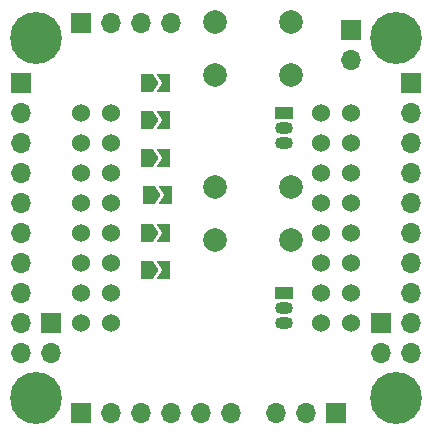
<source format=gbr>
%TF.GenerationSoftware,KiCad,Pcbnew,(6.0.7)*%
%TF.CreationDate,2022-09-26T10:55:09-05:00*%
%TF.ProjectId,OpenMuscle5,4f70656e-4d75-4736-936c-65352e6b6963,rev?*%
%TF.SameCoordinates,Original*%
%TF.FileFunction,Soldermask,Top*%
%TF.FilePolarity,Negative*%
%FSLAX46Y46*%
G04 Gerber Fmt 4.6, Leading zero omitted, Abs format (unit mm)*
G04 Created by KiCad (PCBNEW (6.0.7)) date 2022-09-26 10:55:09*
%MOMM*%
%LPD*%
G01*
G04 APERTURE LIST*
G04 Aperture macros list*
%AMFreePoly0*
4,1,6,1.000000,0.000000,0.500000,-0.750000,-0.500000,-0.750000,-0.500000,0.750000,0.500000,0.750000,1.000000,0.000000,1.000000,0.000000,$1*%
%AMFreePoly1*
4,1,6,0.500000,-0.750000,-0.650000,-0.750000,-0.150000,0.000000,-0.650000,0.750000,0.500000,0.750000,0.500000,-0.750000,0.500000,-0.750000,$1*%
G04 Aperture macros list end*
%ADD10R,1.700000X1.700000*%
%ADD11O,1.700000X1.700000*%
%ADD12FreePoly0,0.000000*%
%ADD13FreePoly1,0.000000*%
%ADD14C,1.524000*%
%ADD15C,2.000000*%
%ADD16C,4.400000*%
%ADD17R,1.500000X1.050000*%
%ADD18O,1.500000X1.050000*%
G04 APERTURE END LIST*
D10*
%TO.C,BT1*%
X181610000Y-78105000D03*
D11*
X181610000Y-80645000D03*
%TD*%
D12*
%TO.C,NC1*%
X164285000Y-82550000D03*
D13*
X165735000Y-82550000D03*
%TD*%
D10*
%TO.C,Ch1*%
X158750000Y-110490000D03*
D11*
X161290000Y-110490000D03*
X163830000Y-110490000D03*
X166370000Y-110490000D03*
X168910000Y-110490000D03*
X171450000Y-110490000D03*
%TD*%
D10*
%TO.C,Five2*%
X184150000Y-102870000D03*
D11*
X184150000Y-105410000D03*
%TD*%
D10*
%TO.C,J1*%
X153670000Y-82550000D03*
D11*
X153670000Y-85090000D03*
X153670000Y-87630000D03*
X153670000Y-90170000D03*
X153670000Y-92710000D03*
X153670000Y-95250000D03*
X153670000Y-97790000D03*
X153670000Y-100330000D03*
X153670000Y-102870000D03*
X153670000Y-105410000D03*
%TD*%
D12*
%TO.C,NC3*%
X164285000Y-88900000D03*
D13*
X165735000Y-88900000D03*
%TD*%
D14*
%TO.C,E1*%
X158750000Y-85090000D03*
X161290000Y-85090000D03*
X161290000Y-87630000D03*
X158750000Y-87630000D03*
X161290000Y-90170000D03*
X158750000Y-90170000D03*
X161290000Y-92710000D03*
X158750000Y-92710000D03*
X161290000Y-95250000D03*
X158750000Y-95250000D03*
X161290000Y-97790000D03*
X158750000Y-97790000D03*
X158750000Y-100330000D03*
X161290000Y-100330000D03*
X161290000Y-102870000D03*
X179070000Y-102870000D03*
X181610000Y-97790000D03*
X179070000Y-97790000D03*
X181610000Y-95250000D03*
X179070000Y-95250000D03*
X181610000Y-92710000D03*
X179070000Y-92710000D03*
X181610000Y-90170000D03*
X179070000Y-90170000D03*
X181610000Y-87630000D03*
X179070000Y-87630000D03*
X181610000Y-85090000D03*
X179070000Y-85090000D03*
X179070000Y-100330000D03*
X181610000Y-100330000D03*
X158750000Y-102870000D03*
X181610000Y-102870000D03*
%TD*%
D15*
%TO.C,SW3*%
X170030000Y-91385000D03*
X176530000Y-91385000D03*
X176530000Y-95885000D03*
X170030000Y-95885000D03*
%TD*%
D10*
%TO.C,Five1*%
X156210000Y-102870000D03*
D11*
X156210000Y-105410000D03*
%TD*%
D16*
%TO.C,H3*%
X154940000Y-109220000D03*
%TD*%
D10*
%TO.C,S1*%
X158750000Y-77470000D03*
D11*
X161290000Y-77470000D03*
X163830000Y-77470000D03*
X166370000Y-77470000D03*
%TD*%
D12*
%TO.C,NC6*%
X164285000Y-98425000D03*
D13*
X165735000Y-98425000D03*
%TD*%
D16*
%TO.C,H4*%
X185420000Y-109220000D03*
%TD*%
D12*
%TO.C,NC5*%
X164285000Y-95250000D03*
D13*
X165735000Y-95250000D03*
%TD*%
D16*
%TO.C,H2*%
X185420000Y-78740000D03*
%TD*%
D12*
%TO.C,NC2*%
X164285000Y-85725000D03*
D13*
X165735000Y-85725000D03*
%TD*%
D16*
%TO.C,H1*%
X154940000Y-78740000D03*
%TD*%
D10*
%TO.C,J2*%
X186690000Y-82550000D03*
D11*
X186690000Y-85090000D03*
X186690000Y-87630000D03*
X186690000Y-90170000D03*
X186690000Y-92710000D03*
X186690000Y-95250000D03*
X186690000Y-97790000D03*
X186690000Y-100330000D03*
X186690000Y-102870000D03*
X186690000Y-105410000D03*
%TD*%
D10*
%TO.C,SW1*%
X180340000Y-110490000D03*
D11*
X177800000Y-110490000D03*
X175260000Y-110490000D03*
%TD*%
D15*
%TO.C,SW2*%
X170030000Y-77415000D03*
X176530000Y-77415000D03*
X170030000Y-81915000D03*
X176530000Y-81915000D03*
%TD*%
D12*
%TO.C,NC4*%
X164465000Y-92075000D03*
D13*
X165915000Y-92075000D03*
%TD*%
D17*
%TO.C,U2*%
X175895000Y-100330000D03*
D18*
X175895000Y-101600000D03*
X175895000Y-102870000D03*
%TD*%
D17*
%TO.C,U1*%
X175895000Y-85090000D03*
D18*
X175895000Y-86360000D03*
X175895000Y-87630000D03*
%TD*%
M02*

</source>
